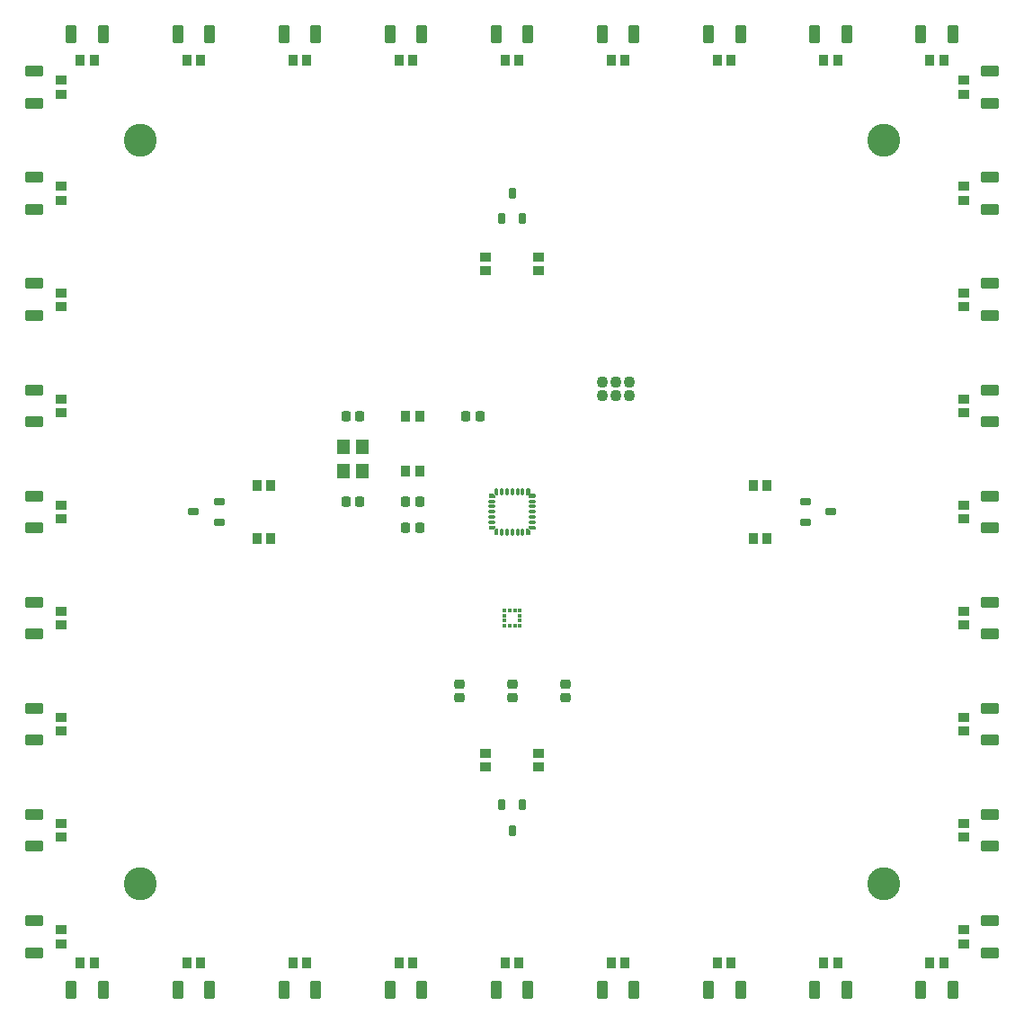
<source format=gts>
G04*
G04 #@! TF.GenerationSoftware,Altium Limited,Altium Designer,24.1.2 (44)*
G04*
G04 Layer_Color=16711833*
%FSLAX44Y44*%
%MOMM*%
G71*
G04*
G04 #@! TF.SameCoordinates,4F868512-D97F-4151-AA10-91EEB4B24D68*
G04*
G04*
G04 #@! TF.FilePolarity,Negative*
G04*
G01*
G75*
G04:AMPARAMS|DCode=12|XSize=0.7mm|YSize=1mm|CornerRadius=0.125mm|HoleSize=0mm|Usage=FLASHONLY|Rotation=90.000|XOffset=0mm|YOffset=0mm|HoleType=Round|Shape=RoundedRectangle|*
%AMROUNDEDRECTD12*
21,1,0.7000,0.7500,0,0,90.0*
21,1,0.4500,1.0000,0,0,90.0*
1,1,0.2500,0.3750,0.2250*
1,1,0.2500,0.3750,-0.2250*
1,1,0.2500,-0.3750,-0.2250*
1,1,0.2500,-0.3750,0.2250*
%
%ADD12ROUNDEDRECTD12*%
G04:AMPARAMS|DCode=13|XSize=1.7mm|YSize=1.1mm|CornerRadius=0.175mm|HoleSize=0mm|Usage=FLASHONLY|Rotation=270.000|XOffset=0mm|YOffset=0mm|HoleType=Round|Shape=RoundedRectangle|*
%AMROUNDEDRECTD13*
21,1,1.7000,0.7500,0,0,270.0*
21,1,1.3500,1.1000,0,0,270.0*
1,1,0.3500,-0.3750,-0.6750*
1,1,0.3500,-0.3750,0.6750*
1,1,0.3500,0.3750,0.6750*
1,1,0.3500,0.3750,-0.6750*
%
%ADD13ROUNDEDRECTD13*%
G04:AMPARAMS|DCode=14|XSize=1.7mm|YSize=1.1mm|CornerRadius=0.175mm|HoleSize=0mm|Usage=FLASHONLY|Rotation=180.000|XOffset=0mm|YOffset=0mm|HoleType=Round|Shape=RoundedRectangle|*
%AMROUNDEDRECTD14*
21,1,1.7000,0.7500,0,0,180.0*
21,1,1.3500,1.1000,0,0,180.0*
1,1,0.3500,-0.6750,0.3750*
1,1,0.3500,0.6750,0.3750*
1,1,0.3500,0.6750,-0.3750*
1,1,0.3500,-0.6750,-0.3750*
%
%ADD14ROUNDEDRECTD14*%
%ADD15R,0.9000X1.0000*%
%ADD16R,1.0000X0.9000*%
%ADD17R,0.4250X0.4000*%
%ADD18R,0.4000X0.4250*%
G04:AMPARAMS|DCode=19|XSize=0.65mm|YSize=0.4mm|CornerRadius=0.125mm|HoleSize=0mm|Usage=FLASHONLY|Rotation=0.000|XOffset=0mm|YOffset=0mm|HoleType=Round|Shape=RoundedRectangle|*
%AMROUNDEDRECTD19*
21,1,0.6500,0.1500,0,0,0.0*
21,1,0.4000,0.4000,0,0,0.0*
1,1,0.2500,0.2000,-0.0750*
1,1,0.2500,-0.2000,-0.0750*
1,1,0.2500,-0.2000,0.0750*
1,1,0.2500,0.2000,0.0750*
%
%ADD19ROUNDEDRECTD19*%
G04:AMPARAMS|DCode=20|XSize=0.65mm|YSize=0.4mm|CornerRadius=0.125mm|HoleSize=0mm|Usage=FLASHONLY|Rotation=90.000|XOffset=0mm|YOffset=0mm|HoleType=Round|Shape=RoundedRectangle|*
%AMROUNDEDRECTD20*
21,1,0.6500,0.1500,0,0,90.0*
21,1,0.4000,0.4000,0,0,90.0*
1,1,0.2500,0.0750,0.2000*
1,1,0.2500,0.0750,-0.2000*
1,1,0.2500,-0.0750,-0.2000*
1,1,0.2500,-0.0750,0.2000*
%
%ADD20ROUNDEDRECTD20*%
G04:AMPARAMS|DCode=21|XSize=1mm|YSize=0.9mm|CornerRadius=0.25mm|HoleSize=0mm|Usage=FLASHONLY|Rotation=180.000|XOffset=0mm|YOffset=0mm|HoleType=Round|Shape=RoundedRectangle|*
%AMROUNDEDRECTD21*
21,1,1.0000,0.4000,0,0,180.0*
21,1,0.5000,0.9000,0,0,180.0*
1,1,0.5000,-0.2500,0.2000*
1,1,0.5000,0.2500,0.2000*
1,1,0.5000,0.2500,-0.2000*
1,1,0.5000,-0.2500,-0.2000*
%
%ADD21ROUNDEDRECTD21*%
G04:AMPARAMS|DCode=22|XSize=1mm|YSize=0.9mm|CornerRadius=0.25mm|HoleSize=0mm|Usage=FLASHONLY|Rotation=90.000|XOffset=0mm|YOffset=0mm|HoleType=Round|Shape=RoundedRectangle|*
%AMROUNDEDRECTD22*
21,1,1.0000,0.4000,0,0,90.0*
21,1,0.5000,0.9000,0,0,90.0*
1,1,0.5000,0.2000,0.2500*
1,1,0.5000,0.2000,-0.2500*
1,1,0.5000,-0.2000,-0.2500*
1,1,0.5000,-0.2000,0.2500*
%
%ADD22ROUNDEDRECTD22*%
%ADD23R,1.2000X1.4000*%
G04:AMPARAMS|DCode=24|XSize=0.7mm|YSize=1mm|CornerRadius=0.125mm|HoleSize=0mm|Usage=FLASHONLY|Rotation=180.000|XOffset=0mm|YOffset=0mm|HoleType=Round|Shape=RoundedRectangle|*
%AMROUNDEDRECTD24*
21,1,0.7000,0.7500,0,0,180.0*
21,1,0.4500,1.0000,0,0,180.0*
1,1,0.2500,-0.2250,0.3750*
1,1,0.2500,0.2250,0.3750*
1,1,0.2500,0.2250,-0.3750*
1,1,0.2500,-0.2250,-0.3750*
%
%ADD24ROUNDEDRECTD24*%
%ADD25C,1.1000*%
%ADD26C,3.1000*%
G36*
X483487Y486994D02*
X483497Y486993D01*
X483591Y486964D01*
X483867Y486850D01*
X483954Y486804D01*
X484030Y486741D01*
X484241Y486530D01*
X484304Y486454D01*
X484350Y486367D01*
X484464Y486091D01*
X484493Y485997D01*
X484502Y485899D01*
Y485899D01*
D01*
Y485750D01*
X484502Y485750D01*
Y485000D01*
X484493Y484902D01*
X484464Y484808D01*
X484418Y484721D01*
X484355Y484645D01*
X484355Y484645D01*
X482855Y483145D01*
X482779Y483082D01*
X482692Y483036D01*
X482670Y483029D01*
X482598Y483007D01*
X482549Y483002D01*
X482500Y482998D01*
X482500Y482998D01*
X479250D01*
X479250Y482998D01*
X479101D01*
X479013Y483006D01*
X479003Y483007D01*
X478909Y483036D01*
X478633Y483150D01*
X478546Y483196D01*
X478470Y483259D01*
X478259Y483470D01*
X478196Y483546D01*
X478150Y483633D01*
X478036Y483909D01*
X478007Y484003D01*
Y484003D01*
X478007Y484003D01*
X478001Y484062D01*
X477998Y484101D01*
Y484101D01*
Y484101D01*
X477998Y484250D01*
Y485750D01*
X477998Y485750D01*
Y485899D01*
X478006Y485987D01*
X478007Y485997D01*
X478036Y486091D01*
X478150Y486367D01*
X478196Y486454D01*
X478259Y486530D01*
X478470Y486741D01*
X478546Y486804D01*
X478633Y486850D01*
X478909Y486964D01*
X479003Y486993D01*
X479101Y487002D01*
D01*
X479101D01*
X483399D01*
X483487Y486994D01*
D02*
G37*
G36*
X485997Y484493D02*
X486091Y484464D01*
X486367Y484350D01*
X486454Y484304D01*
X486530Y484241D01*
X486741Y484030D01*
X486804Y483954D01*
X486850Y483867D01*
X486964Y483591D01*
X486993Y483497D01*
X486994Y483487D01*
X487002Y483399D01*
Y483250D01*
Y479250D01*
Y479101D01*
Y479101D01*
D01*
X486993Y479003D01*
X486964Y478909D01*
X486850Y478633D01*
X486804Y478546D01*
X486741Y478470D01*
X486530Y478259D01*
X486454Y478196D01*
X486367Y478150D01*
X486091Y478036D01*
X485997Y478007D01*
X485987Y478006D01*
X485899Y477998D01*
X485750D01*
X485750Y477998D01*
X485749Y477998D01*
X484250D01*
X484250Y477998D01*
X484101D01*
X484101D01*
D01*
X484003Y478007D01*
X483909Y478036D01*
X483633Y478150D01*
X483546Y478196D01*
X483470Y478259D01*
X483259Y478470D01*
X483196Y478546D01*
X483150Y478633D01*
X483036Y478909D01*
X483007Y479003D01*
X483006Y479013D01*
X482998Y479101D01*
Y479250D01*
X482998Y479250D01*
Y482500D01*
X482998Y482500D01*
X483002Y482549D01*
X483007Y482598D01*
X483029Y482670D01*
X483036Y482692D01*
X483082Y482779D01*
X483145Y482855D01*
X484645Y484355D01*
X484645Y484355D01*
X484721Y484418D01*
X484808Y484464D01*
X484902Y484493D01*
X485000Y484502D01*
X485750D01*
X485750Y484502D01*
X485899D01*
X485899D01*
D01*
X485997Y484493D01*
D02*
G37*
G36*
X485987Y521994D02*
X485997Y521993D01*
X486091Y521964D01*
X486367Y521850D01*
X486454Y521804D01*
X486530Y521741D01*
X486741Y521530D01*
X486804Y521454D01*
X486850Y521367D01*
X486964Y521091D01*
X486993Y520997D01*
X487002Y520899D01*
D01*
Y520899D01*
Y520750D01*
Y516750D01*
Y516601D01*
X486994Y516513D01*
X486993Y516503D01*
X486964Y516409D01*
X486850Y516133D01*
X486804Y516046D01*
X486741Y515970D01*
X486530Y515759D01*
X486454Y515696D01*
X486367Y515650D01*
X486091Y515536D01*
X485997Y515507D01*
X485899Y515498D01*
D01*
X485899D01*
X485750D01*
X485749Y515498D01*
X485000D01*
X484902Y515507D01*
X484808Y515536D01*
X484721Y515582D01*
X484645Y515645D01*
X484645Y515645D01*
X483145Y517145D01*
X483082Y517221D01*
X483036Y517308D01*
X483029Y517330D01*
X483007Y517402D01*
X483002Y517451D01*
X482998Y517500D01*
X482998Y517500D01*
Y520750D01*
X482998Y520750D01*
Y520899D01*
X483006Y520987D01*
X483007Y520997D01*
X483036Y521091D01*
X483150Y521367D01*
X483196Y521454D01*
X483259Y521530D01*
X483470Y521741D01*
X483546Y521804D01*
X483633Y521850D01*
X483909Y521964D01*
X484003Y521993D01*
X484003D01*
X484003Y521993D01*
X484062Y521999D01*
X484101Y522002D01*
X484101D01*
X484101D01*
X484250Y522002D01*
X485750D01*
X485750Y522002D01*
X485899D01*
X485987Y521994D01*
D02*
G37*
G36*
X482549Y516998D02*
X482598Y516993D01*
X482670Y516971D01*
X482692Y516964D01*
X482779Y516918D01*
X482855Y516855D01*
X484355Y515355D01*
X484355Y515355D01*
X484418Y515279D01*
X484464Y515192D01*
X484493Y515098D01*
X484502Y515000D01*
Y514250D01*
X484502Y514250D01*
Y514101D01*
D01*
Y514101D01*
X484493Y514003D01*
X484464Y513909D01*
X484350Y513633D01*
X484304Y513546D01*
X484241Y513470D01*
X484030Y513259D01*
X483954Y513196D01*
X483867Y513150D01*
X483591Y513036D01*
X483497Y513007D01*
X483487Y513006D01*
X483399Y512998D01*
X479101D01*
X479101D01*
D01*
X479003Y513007D01*
X478909Y513036D01*
X478633Y513150D01*
X478546Y513196D01*
X478470Y513259D01*
X478259Y513470D01*
X478196Y513546D01*
X478150Y513633D01*
X478036Y513909D01*
X478007Y514003D01*
X478006Y514013D01*
X477998Y514101D01*
Y514250D01*
X477998Y514250D01*
X477998Y514250D01*
Y515750D01*
X477998Y515750D01*
Y515899D01*
D01*
Y515899D01*
X478007Y515997D01*
X478036Y516091D01*
X478150Y516367D01*
X478196Y516454D01*
X478259Y516530D01*
X478470Y516741D01*
X478546Y516804D01*
X478633Y516850D01*
X478909Y516964D01*
X479003Y516993D01*
X479013Y516994D01*
X479101Y517002D01*
X479250D01*
X479250Y517002D01*
X482500D01*
X482500Y517002D01*
X482549Y516998D01*
D02*
G37*
G36*
X520997Y486993D02*
X521091Y486964D01*
X521367Y486850D01*
X521454Y486804D01*
X521530Y486741D01*
X521741Y486530D01*
X521804Y486454D01*
X521850Y486367D01*
X521964Y486091D01*
X521993Y485997D01*
X521994Y485987D01*
X522002Y485899D01*
Y485750D01*
X522002Y485750D01*
Y484250D01*
X522002Y484250D01*
Y484101D01*
D01*
Y484101D01*
X521993Y484003D01*
X521964Y483909D01*
X521850Y483633D01*
X521804Y483546D01*
X521741Y483470D01*
X521530Y483259D01*
X521454Y483196D01*
X521367Y483150D01*
X521091Y483036D01*
X520997Y483007D01*
X520987Y483006D01*
X520899Y482998D01*
X520750D01*
X520750Y482998D01*
X517500D01*
X517500Y482998D01*
X517451Y483002D01*
X517402Y483007D01*
X517330Y483029D01*
X517308Y483036D01*
X517221Y483082D01*
X517145Y483145D01*
X515645Y484645D01*
X515645Y484645D01*
X515582Y484721D01*
X515536Y484808D01*
X515507Y484902D01*
X515498Y485000D01*
Y485750D01*
X515498Y485750D01*
Y485899D01*
D01*
Y485899D01*
X515507Y485997D01*
X515536Y486091D01*
X515650Y486367D01*
X515696Y486454D01*
X515759Y486530D01*
X515970Y486741D01*
X516046Y486804D01*
X516133Y486850D01*
X516409Y486964D01*
X516503Y486993D01*
X516513Y486994D01*
X516601Y487002D01*
X520899D01*
X520899D01*
D01*
X520997Y486993D01*
D02*
G37*
G36*
X514250Y484502D02*
X515000D01*
X515098Y484493D01*
X515192Y484464D01*
X515279Y484418D01*
X515355Y484355D01*
X515355Y484355D01*
X516855Y482855D01*
X516918Y482779D01*
X516964Y482692D01*
X516971Y482670D01*
X516993Y482598D01*
X516998Y482549D01*
X517002Y482500D01*
X517002Y482500D01*
Y479250D01*
X517002Y479250D01*
Y479101D01*
X516994Y479013D01*
X516993Y479003D01*
X516964Y478909D01*
X516850Y478633D01*
X516804Y478546D01*
X516741Y478470D01*
X516530Y478259D01*
X516454Y478196D01*
X516367Y478150D01*
X516091Y478036D01*
X515997Y478007D01*
X515997D01*
X515997Y478007D01*
X515938Y478001D01*
X515899Y477998D01*
X515899D01*
X515899D01*
X515750Y477998D01*
X514250D01*
X514250Y477998D01*
X514101D01*
X514013Y478006D01*
X514003Y478007D01*
X513909Y478036D01*
X513633Y478150D01*
X513546Y478196D01*
X513470Y478259D01*
X513259Y478470D01*
X513196Y478546D01*
X513150Y478633D01*
X513036Y478909D01*
X513007Y479003D01*
X512998Y479101D01*
D01*
Y479101D01*
Y479250D01*
Y483250D01*
Y483399D01*
X513006Y483487D01*
X513007Y483497D01*
X513036Y483591D01*
X513150Y483867D01*
X513196Y483954D01*
X513259Y484030D01*
X513470Y484241D01*
X513546Y484304D01*
X513633Y484350D01*
X513909Y484464D01*
X514003Y484493D01*
X514101Y484502D01*
D01*
X514101D01*
X514250D01*
X514250Y484502D01*
D02*
G37*
G36*
X515938Y521999D02*
X515997Y521993D01*
X515997Y521993D01*
X515997D01*
X516091Y521964D01*
X516367Y521850D01*
X516454Y521804D01*
X516530Y521741D01*
X516741Y521530D01*
X516804Y521454D01*
X516850Y521367D01*
X516964Y521091D01*
X516993Y520997D01*
X516994Y520987D01*
X517002Y520899D01*
Y520750D01*
X517002Y520750D01*
Y517500D01*
X517002Y517500D01*
X516998Y517451D01*
X516993Y517402D01*
X516971Y517330D01*
X516964Y517308D01*
X516918Y517221D01*
X516855Y517145D01*
X515355Y515645D01*
X515355Y515645D01*
X515279Y515582D01*
X515192Y515536D01*
X515098Y515507D01*
X515000Y515498D01*
X514250D01*
X514250Y515498D01*
X514101D01*
X514101D01*
D01*
X514003Y515507D01*
X513909Y515536D01*
X513633Y515650D01*
X513546Y515696D01*
X513470Y515759D01*
X513259Y515970D01*
X513196Y516046D01*
X513150Y516133D01*
X513036Y516409D01*
X513007Y516503D01*
X513006Y516513D01*
X512998Y516601D01*
Y516750D01*
Y520750D01*
Y520899D01*
Y520899D01*
D01*
X513007Y520997D01*
X513036Y521091D01*
X513150Y521367D01*
X513196Y521454D01*
X513259Y521530D01*
X513470Y521741D01*
X513546Y521804D01*
X513633Y521850D01*
X513909Y521964D01*
X514003Y521993D01*
X514013Y521994D01*
X514101Y522002D01*
X514250D01*
X514250Y522002D01*
X515750D01*
X515899Y522002D01*
X515899D01*
X515899D01*
X515938Y521999D01*
D02*
G37*
G36*
X520987Y516994D02*
X520997Y516993D01*
X521091Y516964D01*
X521367Y516850D01*
X521454Y516804D01*
X521530Y516741D01*
X521741Y516530D01*
X521804Y516454D01*
X521850Y516367D01*
X521964Y516091D01*
X521993Y515997D01*
Y515997D01*
X521993Y515997D01*
X521999Y515938D01*
X522002Y515899D01*
Y515899D01*
Y515899D01*
X522002Y515750D01*
Y514250D01*
X522002Y514250D01*
Y514101D01*
X521994Y514013D01*
X521993Y514003D01*
X521964Y513909D01*
X521850Y513633D01*
X521804Y513546D01*
X521741Y513470D01*
X521530Y513259D01*
X521454Y513196D01*
X521367Y513150D01*
X521091Y513036D01*
X520997Y513007D01*
X520899Y512998D01*
D01*
X520899D01*
X516601D01*
X516513Y513006D01*
X516503Y513007D01*
X516409Y513036D01*
X516133Y513150D01*
X516046Y513196D01*
X515970Y513259D01*
X515759Y513470D01*
X515696Y513546D01*
X515650Y513633D01*
X515536Y513909D01*
X515507Y514003D01*
X515498Y514101D01*
Y514101D01*
D01*
Y514250D01*
X515498Y514250D01*
Y515000D01*
X515507Y515098D01*
X515536Y515192D01*
X515582Y515279D01*
X515645Y515355D01*
X515645Y515355D01*
X517145Y516855D01*
X517221Y516918D01*
X517308Y516964D01*
X517330Y516971D01*
X517402Y516993D01*
X517451Y516998D01*
X517500Y517002D01*
X517500Y517002D01*
X520750D01*
X520750Y517002D01*
X520899D01*
X520987Y516994D01*
D02*
G37*
D12*
X800000Y500000D02*
D03*
X776000Y490500D02*
D03*
Y509500D02*
D03*
X200000Y500000D02*
D03*
X224000Y509500D02*
D03*
X224000Y490500D02*
D03*
D13*
X415000Y950000D02*
D03*
X385000D02*
D03*
X885000Y50000D02*
D03*
X915000D02*
D03*
X785000D02*
D03*
X815000D02*
D03*
X515000Y950000D02*
D03*
X485000D02*
D03*
X615000D02*
D03*
X585000D02*
D03*
X715000D02*
D03*
X685000D02*
D03*
X815000D02*
D03*
X785000D02*
D03*
X915000D02*
D03*
X885000D02*
D03*
X315000D02*
D03*
X285000D02*
D03*
X115000D02*
D03*
X85000D02*
D03*
X215000D02*
D03*
X185000D02*
D03*
X685000Y50000D02*
D03*
X715000D02*
D03*
X585000D02*
D03*
X615000D02*
D03*
X485000D02*
D03*
X515000D02*
D03*
X385000D02*
D03*
X415000D02*
D03*
X285000D02*
D03*
X315000D02*
D03*
X185000D02*
D03*
X215000D02*
D03*
X85000D02*
D03*
X115000D02*
D03*
D14*
X950000Y885000D02*
D03*
Y915000D02*
D03*
X50000Y115000D02*
D03*
Y85000D02*
D03*
X950000Y715000D02*
D03*
Y685000D02*
D03*
Y815000D02*
D03*
Y785000D02*
D03*
X50000Y415000D02*
D03*
Y215000D02*
D03*
Y185000D02*
D03*
Y315000D02*
D03*
Y285000D02*
D03*
Y385000D02*
D03*
Y515000D02*
D03*
Y485000D02*
D03*
Y615000D02*
D03*
Y585000D02*
D03*
Y715000D02*
D03*
Y685000D02*
D03*
Y815000D02*
D03*
Y785000D02*
D03*
Y915000D02*
D03*
Y885000D02*
D03*
X950000Y585000D02*
D03*
Y615000D02*
D03*
Y485000D02*
D03*
Y515000D02*
D03*
Y385000D02*
D03*
Y415000D02*
D03*
Y285000D02*
D03*
Y315000D02*
D03*
Y185000D02*
D03*
Y215000D02*
D03*
Y85000D02*
D03*
Y115000D02*
D03*
D15*
X406500Y925000D02*
D03*
X393500D02*
D03*
X893500Y75000D02*
D03*
X906500D02*
D03*
X400000Y538500D02*
D03*
X413000D02*
D03*
Y590000D02*
D03*
X400000D02*
D03*
X506500Y925000D02*
D03*
X493500D02*
D03*
X606500D02*
D03*
X593500D02*
D03*
X706500D02*
D03*
X693500D02*
D03*
X806500D02*
D03*
X793500D02*
D03*
X906500D02*
D03*
X893500D02*
D03*
X306500D02*
D03*
X293500D02*
D03*
X106500D02*
D03*
X93500D02*
D03*
X206500D02*
D03*
X193500D02*
D03*
X273000Y525000D02*
D03*
X260000D02*
D03*
X273000Y475000D02*
D03*
X260000Y475000D02*
D03*
X693500Y75000D02*
D03*
X706500D02*
D03*
X593500D02*
D03*
X606500D02*
D03*
X493500D02*
D03*
X506500D02*
D03*
X393500D02*
D03*
X406500D02*
D03*
X293500D02*
D03*
X306500D02*
D03*
X193500D02*
D03*
X206500D02*
D03*
X93500D02*
D03*
X106500D02*
D03*
X793500D02*
D03*
X806500D02*
D03*
X727000Y475000D02*
D03*
X740000D02*
D03*
X727000Y525000D02*
D03*
X740000D02*
D03*
D16*
X925000Y893500D02*
D03*
Y906500D02*
D03*
X75000Y106500D02*
D03*
Y93500D02*
D03*
X925000Y706500D02*
D03*
Y693500D02*
D03*
Y806500D02*
D03*
Y793500D02*
D03*
Y406500D02*
D03*
Y393500D02*
D03*
Y306500D02*
D03*
Y293500D02*
D03*
X75000Y206500D02*
D03*
Y193500D02*
D03*
Y306500D02*
D03*
Y293500D02*
D03*
Y406500D02*
D03*
Y393500D02*
D03*
Y506500D02*
D03*
Y493500D02*
D03*
Y606500D02*
D03*
Y593500D02*
D03*
Y706500D02*
D03*
Y693500D02*
D03*
Y806500D02*
D03*
Y793500D02*
D03*
Y906500D02*
D03*
Y893500D02*
D03*
X525000Y727000D02*
D03*
Y740000D02*
D03*
X475000Y727000D02*
D03*
Y740000D02*
D03*
Y273000D02*
D03*
Y260000D02*
D03*
X525000Y273000D02*
D03*
Y260000D02*
D03*
X925000Y593500D02*
D03*
Y606500D02*
D03*
Y493500D02*
D03*
Y506500D02*
D03*
Y193500D02*
D03*
Y206500D02*
D03*
Y93500D02*
D03*
Y106500D02*
D03*
D17*
X507500Y397500D02*
D03*
X492500Y402500D02*
D03*
Y397500D02*
D03*
X507500Y402500D02*
D03*
D18*
X502500Y407500D02*
D03*
X497500D02*
D03*
X492500D02*
D03*
Y392500D02*
D03*
X497500D02*
D03*
X502500D02*
D03*
X507500D02*
D03*
Y407500D02*
D03*
D19*
X481250Y510000D02*
D03*
Y505000D02*
D03*
Y500000D02*
D03*
Y495000D02*
D03*
Y490000D02*
D03*
X518750D02*
D03*
Y495000D02*
D03*
Y500000D02*
D03*
Y505000D02*
D03*
Y510000D02*
D03*
D20*
X490000Y481250D02*
D03*
X495000D02*
D03*
X500000D02*
D03*
X505000D02*
D03*
X510000D02*
D03*
Y518750D02*
D03*
X505000D02*
D03*
X500000D02*
D03*
X495000D02*
D03*
X490000D02*
D03*
D21*
X550000Y338000D02*
D03*
Y325000D02*
D03*
X500000Y338000D02*
D03*
Y325000D02*
D03*
X450000Y338000D02*
D03*
Y325000D02*
D03*
D22*
X413000Y510000D02*
D03*
X400000D02*
D03*
X413000Y485000D02*
D03*
X400000D02*
D03*
X343500Y590000D02*
D03*
X356500D02*
D03*
X343500Y510000D02*
D03*
X356500D02*
D03*
X456500Y590000D02*
D03*
X469500D02*
D03*
D23*
X359250Y538500D02*
D03*
X340750D02*
D03*
Y561500D02*
D03*
X359250D02*
D03*
D24*
X500000Y800000D02*
D03*
X509500Y776000D02*
D03*
X490500D02*
D03*
X500000Y200000D02*
D03*
X490500Y224000D02*
D03*
X509500D02*
D03*
D25*
X610784Y609962D02*
D03*
Y622662D02*
D03*
X585384D02*
D03*
X598084D02*
D03*
X585384Y609962D02*
D03*
X598084D02*
D03*
D26*
X150000Y850000D02*
D03*
X850000D02*
D03*
Y150000D02*
D03*
X150000D02*
D03*
M02*

</source>
